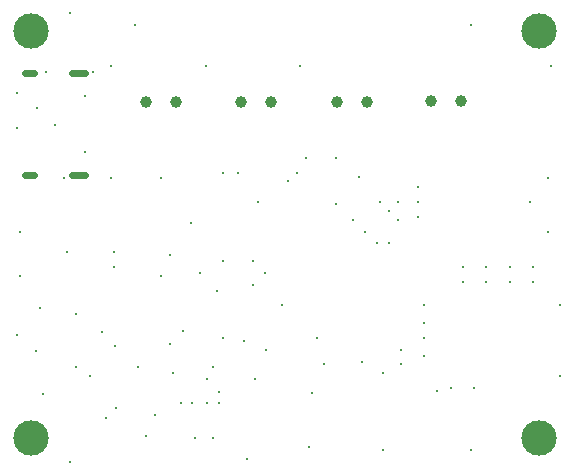
<source format=gbr>
%TF.GenerationSoftware,KiCad,Pcbnew,8.0.1*%
%TF.CreationDate,2024-06-13T11:44:17+10:00*%
%TF.ProjectId,CLD,434c442e-6b69-4636-9164-5f7063625858,rev?*%
%TF.SameCoordinates,Original*%
%TF.FileFunction,Plated,1,4,PTH,Mixed*%
%TF.FilePolarity,Positive*%
%FSLAX46Y46*%
G04 Gerber Fmt 4.6, Leading zero omitted, Abs format (unit mm)*
G04 Created by KiCad (PCBNEW 8.0.1) date 2024-06-13 11:44:17*
%MOMM*%
%LPD*%
G01*
G04 APERTURE LIST*
%TA.AperFunction,ViaDrill*%
%ADD10C,0.300000*%
%TD*%
G04 aperture for slot hole*
%TA.AperFunction,ComponentDrill*%
%ADD11C,0.600000*%
%TD*%
%TA.AperFunction,ComponentDrill*%
%ADD12C,1.000000*%
%TD*%
%TA.AperFunction,ViaDrill*%
%ADD13C,3.000000*%
%TD*%
G04 APERTURE END LIST*
D10*
X72000000Y-50750000D03*
X72000000Y-53750000D03*
X72000000Y-71250000D03*
X72250000Y-62500000D03*
X72250000Y-66250000D03*
X73624011Y-72646169D03*
X73750000Y-52000000D03*
X74000000Y-69000000D03*
X74250000Y-76250000D03*
X74500000Y-49000000D03*
X75250000Y-53500000D03*
X76000000Y-58000000D03*
X76250000Y-64250000D03*
X76500000Y-44000000D03*
X76500000Y-82000000D03*
X77000000Y-69500000D03*
X77000000Y-74000000D03*
X77825000Y-50990000D03*
X77825000Y-55790000D03*
X78250000Y-74750000D03*
X78500000Y-49000000D03*
X79250000Y-71000000D03*
X79551076Y-78301076D03*
X80000000Y-48500000D03*
X80000000Y-58000000D03*
X80250000Y-64250000D03*
X80250000Y-65500000D03*
X80333363Y-72185337D03*
X80449102Y-77403050D03*
X82000000Y-45000000D03*
X82250000Y-74000000D03*
X82922785Y-79828966D03*
X83750000Y-78000000D03*
X84250000Y-58000000D03*
X84250000Y-66250000D03*
X85000000Y-64500000D03*
X85000000Y-72000000D03*
X85250000Y-74500000D03*
X85875000Y-77000000D03*
X86048008Y-70951992D03*
X86750000Y-61750000D03*
X86875000Y-77000000D03*
X87125000Y-80000000D03*
X87500000Y-66000000D03*
X88000000Y-48500000D03*
X88125000Y-75000000D03*
X88125000Y-77000000D03*
X88625000Y-74000000D03*
X88650000Y-80000000D03*
X89000000Y-67500000D03*
X89125000Y-77000000D03*
X89150000Y-76050000D03*
X89500000Y-57500000D03*
X89500000Y-65000000D03*
X89500000Y-71500000D03*
X90750000Y-57500000D03*
X91250000Y-71750000D03*
X91500000Y-81750000D03*
X92000000Y-65000000D03*
X92000000Y-67000000D03*
X92201992Y-74951992D03*
X92438128Y-60021313D03*
X93000000Y-66000000D03*
X93093324Y-72530330D03*
X94500000Y-68750000D03*
X95000000Y-58250000D03*
X95750000Y-57500000D03*
X96000000Y-48500000D03*
X96500000Y-56250000D03*
X96750000Y-80750000D03*
X97000000Y-76200000D03*
X97406676Y-71469670D03*
X98000000Y-73750000D03*
X99000000Y-56250000D03*
X99050001Y-60137500D03*
X100500000Y-61500000D03*
X100949999Y-57862500D03*
X101250000Y-73500000D03*
X101500000Y-62500000D03*
X102500000Y-63500000D03*
X102750000Y-60000000D03*
X103000000Y-74500000D03*
X103000000Y-81000000D03*
X103500000Y-60750000D03*
X103500000Y-63500000D03*
X104250000Y-60000000D03*
X104250000Y-61500000D03*
X104500000Y-72500000D03*
X104500000Y-73750000D03*
X106000000Y-58750000D03*
X106000000Y-60000000D03*
X106000000Y-61250000D03*
X106500000Y-68750000D03*
X106500000Y-70250000D03*
X106500000Y-71500000D03*
X106500000Y-73000000D03*
X107575000Y-76000000D03*
X108750000Y-75750000D03*
X109750000Y-65500000D03*
X109750000Y-66750000D03*
X110500000Y-45000000D03*
X110500000Y-81000000D03*
X110750000Y-75750000D03*
X111750000Y-65500000D03*
X111750000Y-66750000D03*
X113750000Y-65500000D03*
X113750000Y-66750000D03*
X115500000Y-60000000D03*
X115750000Y-65500000D03*
X115750000Y-66750000D03*
X117000000Y-58000000D03*
X117000000Y-62500000D03*
X117250000Y-48500000D03*
X118000000Y-68750000D03*
X118000000Y-74750000D03*
D11*
%TO.C,J6*%
X72670000Y-49070000D02*
X73470000Y-49070000D01*
X72670000Y-57710000D02*
X73470000Y-57710000D01*
X76700000Y-49070000D02*
X77800000Y-49070000D01*
X76700000Y-57710000D02*
X77800000Y-57710000D01*
D12*
%TO.C,J4*%
X82985000Y-51500000D03*
X85525000Y-51500000D03*
%TO.C,J3*%
X91008333Y-51512500D03*
X93548333Y-51512500D03*
%TO.C,J2*%
X99091666Y-51537500D03*
X101631666Y-51537500D03*
%TO.C,J1*%
X107084999Y-51475000D03*
X109624999Y-51475000D03*
%TD*%
D13*
X73250000Y-45500000D03*
X73250000Y-80000000D03*
X116250000Y-45500000D03*
X116250000Y-80000000D03*
M02*

</source>
